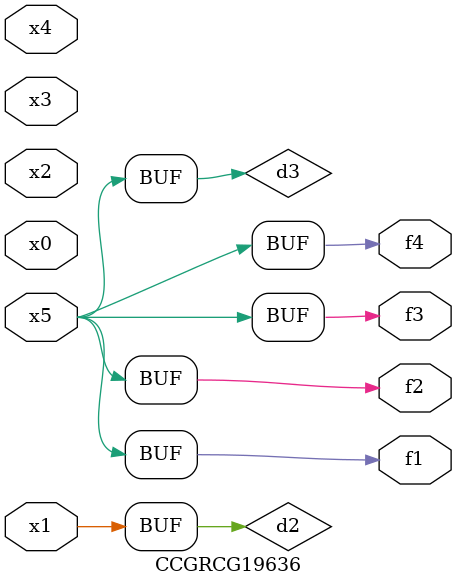
<source format=v>
module CCGRCG19636(
	input x0, x1, x2, x3, x4, x5,
	output f1, f2, f3, f4
);

	wire d1, d2, d3;

	not (d1, x5);
	or (d2, x1);
	xnor (d3, d1);
	assign f1 = d3;
	assign f2 = d3;
	assign f3 = d3;
	assign f4 = d3;
endmodule

</source>
